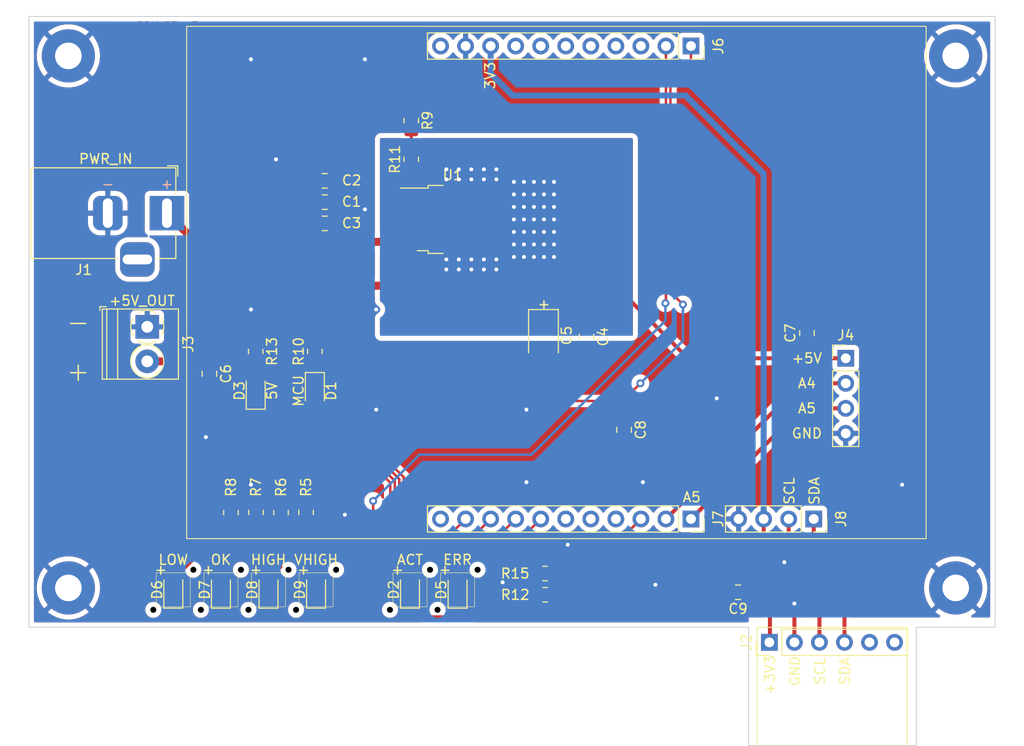
<source format=kicad_pcb>
(kicad_pcb (version 20211014) (generator pcbnew)
  (title_block (date "2023-05-24") (rev "2.0"))
  (layers (0 "F.Cu" signal) (31 "B.Cu" signal) (34 "B.Paste" user) (35 "F.Paste" user) (36 "B.SilkS" user "B.Silkscreen") (37 "F.SilkS" user "F.Silkscreen") (38 "B.Mask" user) (39 "F.Mask" user) (44 "Edge.Cuts" user))
  (net 0 "")
  (net 1 "+12V")
  (net 2 "GND")
  (net 3 "+5V")
  (net 4 "Net-(D1-Pad1)")
  (net 5 "/D2")
  (net 6 "Net-(D2-Pad1)")
  (net 7 "/D3")
  (net 8 "Net-(D3-Pad2)")
  (net 9 "/A3")
  (net 10 "/A4")
  (net 11 "/A5")
  (net 12 "/D4")
  (net 13 "/D5")
  (net 14 "/D6")
  (net 15 "/D7")
  (net 16 "/D8")
  (net 17 "/D9")
  (net 18 "+3.3V")
  (net 19 "/VBAT+")
  (net 20 "/A2")
  (net 21 "/A1")
  (net 22 "/A0")
  (net 23 "/D10")
  (net 24 "/D11")
  (net 25 "/D12")
  (net 26 "/D13")
  (net 27 "/RESET")
  (net 28 "/SDA")
  (net 29 "/SCL")
  (net 30 "Net-(R11-Pad2)")
  (net 32 "Net-(D6-Pad2)")
  (net 33 "Net-(D7-Pad2)")
  (net 34 "Net-(D5-Pad1)")
  (net 35 "Net-(D8-Pad2)")
  (net 36 "Net-(D9-Pad2)")
  (footprint "marcin_library:VLP-XXX-X" (layer "F.Cu") (at 112.649 107.188)
    (fp_text reference "REF**" hide)
    (fp_text value "VLP-XXX-X" hide)
    (pad "" np_thru_hole circle (at -2.032 2.032) (size 0.6096 0.6096) (drill 0.6096) (layers *.Mask))
    (pad "" np_thru_hole circle (at 2.032 -2.032) (size 0.6096 0.6096) (drill 0.6096) (layers *.Mask))
  )
  (footprint "Resistor_SMD:R_0805_2012Metric_Pad1.20x1.40mm_HandSolder" (layer "F.Cu") (at 126.365 107.696)
    (fp_text reference "R12" (at -3.048 0) (layer "F.SilkS"))
    (fp_text value "1k")
    (pad "1" smd roundrect (at -1 0) (size 1.2 1.4) (layers "F.Cu" "F.Paste" "F.Mask") (roundrect_rratio 0.208333) (net 6 "Net-(D2-Pad1)"))
    (pad "2" smd roundrect (at 1 0) (size 1.2 1.4) (layers "F.Cu" "F.Paste" "F.Mask") (roundrect_rratio 0.208333) (net 2 "GND"))
  )
  (footprint "Resistor_SMD:R_0805_2012Metric_Pad1.20x1.40mm_HandSolder" (layer "F.Cu") (at 103 83 90)
    (fp_text reference "R10" (at 0 -1.65 90) (layer "F.SilkS"))
    (fp_text value "1k")
    (pad "1" smd roundrect (at -1 0 90) (size 1.2 1.4) (layers "F.Cu" "F.Paste" "F.Mask") (roundrect_rratio 0.208333) (net 4 "Net-(D1-Pad1)"))
    (pad "2" smd roundrect (at 1 0 90) (size 1.2 1.4) (layers "F.Cu" "F.Paste" "F.Mask") (roundrect_rratio 0.208333) (net 2 "GND"))
  )
  (footprint "LED_SMD:LED_0805_2012Metric_Pad1.15x1.40mm_HandSolder" (layer "F.Cu") (at 88.646 107.188 90)
    (fp_text reference "D6" (at 0 -1.65 90) (layer "F.SilkS"))
    (fp_text value "LOW" (at 3.048 0 180) (layer "F.SilkS"))
    (pad "1" smd roundrect (at -1.025 0 90) (size 1.15 1.4) (layers "F.Cu" "F.Paste" "F.Mask") (roundrect_rratio 0.217391) (net 2 "GND"))
    (pad "2" smd roundrect (at 1.025 0 90) (size 1.15 1.4) (layers "F.Cu" "F.Paste" "F.Mask") (roundrect_rratio 0.217391) (net 32 "Net-(D6-Pad2)"))
  )
  (footprint "Capacitor_SMD:C_0805_2012Metric_Pad1.18x1.45mm_HandSolder" (layer "F.Cu") (at 152.908 81.1315 90)
    (fp_text reference "C7" (at 0 -1.68 90) (layer "F.SilkS"))
    (fp_text value "100n")
    (pad "1" smd roundrect (at -1.0375 0 90) (size 1.175 1.45) (layers "F.Cu" "F.Paste" "F.Mask") (roundrect_rratio 0.212766) (net 3 "+5V"))
    (pad "2" smd roundrect (at 1.0375 0 90) (size 1.175 1.45) (layers "F.Cu" "F.Paste" "F.Mask") (roundrect_rratio 0.212766) (net 2 "GND"))
  )
  (footprint "LED_SMD:LED_0805_2012Metric_Pad1.15x1.40mm_HandSolder" (layer "F.Cu") (at 97 87 90)
    (fp_text reference "D3" (at 0 -1.65 90) (layer "F.SilkS"))
    (fp_text value "5V" (at 0 1.65 90) (layer "F.SilkS"))
    (pad "1" smd roundrect (at -1.025 0 90) (size 1.15 1.4) (layers "F.Cu" "F.Paste" "F.Mask") (roundrect_rratio 0.217391) (net 2 "GND"))
    (pad "2" smd roundrect (at 1.025 0 90) (size 1.15 1.4) (layers "F.Cu" "F.Paste" "F.Mask") (roundrect_rratio 0.217391) (net 8 "Net-(D3-Pad2)"))
  )
  (footprint "MountingHole:MountingHole_2.7mm_M2.5_Pad_TopBottom" (layer "F.Cu") (at 78 107)
    (fp_text reference "H4")
    (fp_text value "MountingHole_Pad")
    (pad "1" thru_hole circle (at 0 0) (size 3.1 3.1) (drill 2.7) (layers *.Cu *.Mask) (net 2 "GND"))
    (pad "1" connect circle (at 0 0) (size 5.4 5.4) (layers "F.Cu" "F.Mask") (net 2 "GND"))
    (pad "1" connect circle (at 0 0) (size 5.4 5.4) (layers "B.Cu" "B.Mask") (net 2 "GND"))
  )
  (footprint "LED_SMD:LED_0805_2012Metric_Pad1.15x1.40mm_HandSolder" (layer "F.Cu") (at 98.298 107.197 90)
    (fp_text reference "D8" (at 0 -1.65 90) (layer "F.SilkS"))
    (fp_text value "HIGH" (at 3.057 0 180) (layer "F.SilkS"))
    (pad "1" smd roundrect (at -1.025 0 90) (size 1.15 1.4) (layers "F.Cu" "F.Paste" "F.Mask") (roundrect_rratio 0.217391) (net 2 "GND"))
    (pad "2" smd roundrect (at 1.025 0 90) (size 1.15 1.4) (layers "F.Cu" "F.Paste" "F.Mask") (roundrect_rratio 0.217391) (net 35 "Net-(D8-Pad2)"))
  )
  (footprint "Connector_PinSocket_2.54mm:PinSocket_1x11_P2.54mm_Vertical" (layer "F.Cu") (at 141.15 52 -90)
    (fp_text reference "J6" (at 0 -2.77 -90) (layer "F.SilkS"))
    (fp_text value "Conn_01x11")
    (pad "1" thru_hole rect locked (at 0 0 270) (size 1.7 1.7) (drill 1) (layers *.Cu *.Mask) (net 5 "/D2"))
    (pad "2" thru_hole oval locked (at 0 2.54 270) (size 1.7 1.7) (drill 1) (layers *.Cu *.Mask) (net 7 "/D3"))
    (pad "3" thru_hole oval locked (at 0 5.08 270) (size 1.7 1.7) (drill 1) (layers *.Cu *.Mask) (net 12 "/D4"))
    (pad "4" thru_hole oval locked (at 0 7.62 270) (size 1.7 1.7) (drill 1) (layers *.Cu *.Mask) (net 13 "/D5"))
    (pad "5" thru_hole oval locked (at 0 10.16 270) (size 1.7 1.7) (drill 1) (layers *.Cu *.Mask) (net 14 "/D6"))
    (pad "6" thru_hole oval locked (at 0 12.7 270) (size 1.7 1.7) (drill 1) (layers *.Cu *.Mask) (net 15 "/D7"))
    (pad "7" thru_hole oval locked (at 0 15.24 270) (size 1.7 1.7) (drill 1) (layers *.Cu *.Mask) (net 16 "/D8"))
    (pad "8" thru_hole oval locked (at 0 17.78 270) (size 1.7 1.7) (drill 1) (layers *.Cu *.Mask) (net 17 "/D9"))
    (pad "9" thru_hole oval locked (at 0 20.32 270) (size 1.7 1.7) (drill 1) (layers *.Cu *.Mask) (net 18 "+3.3V"))
    (pad "10" thru_hole oval locked (at 0 22.86 270) (size 1.7 1.7) (drill 1) (layers *.Cu *.Mask) (net 2 "GND"))
    (pad "11" thru_hole oval locked (at 0 25.4 270) (size 1.7 1.7) (drill 1) (layers *.Cu *.Mask) (net 19 "/VBAT+"))
  )
  (footprint "Package_TO_SOT_SMD:TO-252-2" (layer "F.Cu") (at 116.967 69.596)
    (fp_text reference "U1" (at 0 -4.5) (layer "F.SilkS"))
    (fp_text value "LM317_TO-252")
    (pad "1" smd rect (at -4.2 -2.28) (size 2.2 1.2) (layers "F.Cu" "F.Paste" "F.Mask") (net 30 "Net-(R11-Pad2)"))
    (pad "2" smd rect (at 2.1 0) (size 6.4 5.8) (layers "F.Cu" "F.Mask") (net 3 "+5V"))
    (pad "3" smd rect (at -4.2 2.28) (size 2.2 1.2) (layers "F.Cu" "F.Paste" "F.Mask") (net 1 "+12V"))
  )
  (footprint "Resistor_SMD:R_0805_2012Metric_Pad1.20x1.40mm_HandSolder" (layer "F.Cu") (at 94.488 99.346 -90)
    (fp_text reference "R8" (at -2.572 0 90) (layer "F.SilkS"))
    (fp_text value "1k")
    (pad "1" smd roundrect (at -1 0 270) (size 1.2 1.4) (layers "F.Cu" "F.Paste" "F.Mask") (roundrect_rratio 0.208333) (net 26 "/D13"))
    (pad "2" smd roundrect (at 1 0 270) (size 1.2 1.4) (layers "F.Cu" "F.Paste" "F.Mask") (roundrect_rratio 0.208333) (net 32 "Net-(D6-Pad2)"))
  )
  (footprint "Connector_PinSocket_2.54mm:PinSocket_1x11_P2.54mm_Vertical" (layer "F.Cu") (at 141.15 100 -90)
    (fp_text reference "J7" (at 0 -2.77 -90) (layer "F.SilkS"))
    (fp_text value "Conn_01x11")
    (pad "1" thru_hole rect locked (at 0 0 270) (size 1.7 1.7) (drill 1) (layers *.Cu *.Mask) (net 11 "/A5"))
    (pad "2" thru_hole oval locked (at 0 2.54 270) (size 1.7 1.7) (drill 1) (layers *.Cu *.Mask) (net 10 "/A4"))
    (pad "3" thru_hole oval locked (at 0 5.08 270) (size 1.7 1.7) (drill 1) (layers *.Cu *.Mask) (net 9 "/A3"))
    (pad "4" thru_hole oval locked (at 0 7.62 270) (size 1.7 1.7) (drill 1) (layers *.Cu *.Mask) (net 20 "/A2"))
    (pad "5" thru_hole oval locked (at 0 10.16 270) (size 1.7 1.7) (drill 1) (layers *.Cu *.Mask) (net 21 "/A1"))
    (pad "6" thru_hole oval locked (at 0 12.7 270) (size 1.7 1.7) (drill 1) (layers *.Cu *.Mask) (net 22 "/A0"))
    (pad "7" thru_hole oval locked (at 0 15.24 270) (size 1.7 1.7) (drill 1) (layers *.Cu *.Mask) (net 23 "/D10"))
    (pad "8" thru_hole oval locked (at 0 17.78 270) (size 1.7 1.7) (drill 1) (layers *.Cu *.Mask) (net 24 "/D11"))
    (pad "9" thru_hole oval locked (at 0 20.32 270) (size 1.7 1.7) (drill 1) (layers *.Cu *.Mask) (net 25 "/D12"))
    (pad "10" thru_hole oval locked (at 0 22.86 270) (size 1.7 1.7) (drill 1) (layers *.Cu *.Mask) (net 26 "/D13"))
    (pad "11" thru_hole oval locked (at 0 25.4 270) (size 1.7 1.7) (drill 1) (layers *.Cu *.Mask) (net 27 "/RESET"))
  )
  (footprint "Connector_PinHeader_2.54mm:PinHeader_1x04_P2.54mm_Vertical" (layer "F.Cu") (at 156.845 83.693)
    (fp_text reference "J4" (at 0 -2.33) (layer "F.SilkS"))
    (fp_text value "IO")
    (pad "1" thru_hole rect (at 0 0) (size 1.7 1.7) (drill 1) (layers *.Cu *.Mask) (net 3 "+5V"))
    (pad "2" thru_hole oval (at 0 2.54) (size 1.7 1.7) (drill 1) (layers *.Cu *.Mask) (net 10 "/A4"))
    (pad "3" thru_hole oval (at 0 5.08) (size 1.7 1.7) (drill 1) (layers *.Cu *.Mask) (net 11 "/A5"))
    (pad "4" thru_hole oval (at 0 7.62) (size 1.7 1.7) (drill 1) (layers *.Cu *.Mask) (net 2 "GND"))
  )
  (footprint "Capacitor_Tantalum_SMD:CP_EIA-3528-12_Kemet-T_Pad1.50x2.35mm_HandSolder" (layer "F.Cu") (at 126.1872 81.381 -90)
    (fp_text reference "C5" (at 0 -2.35 90) (layer "F.SilkS"))
    (fp_text value "100u")
    (pad "1" smd roundrect (at -1.625 0 270) (size 1.5 2.35) (layers "F.Cu" "F.Paste" "F.Mask") (roundrect_rratio 0.166667) (net 3 "+5V"))
    (pad "2" smd roundrect (at 1.625 0 270) (size 1.5 2.35) (layers "F.Cu" "F.Paste" "F.Mask") (roundrect_rratio 0.166667) (net 2 "GND"))
  )
  (footprint "Capacitor_SMD:C_0805_2012Metric_Pad1.18x1.45mm_HandSolder" (layer "F.Cu") (at 104 70)
    (fp_text reference "C3" (at 2.7308 -0.0254) (layer "F.SilkS"))
    (fp_text value "100n")
    (pad "1" smd roundrect (at -1.0375 0) (size 1.175 1.45) (layers "F.Cu" "F.Paste" "F.Mask") (roundrect_rratio 0.212766) (net 1 "+12V"))
    (pad "2" smd roundrect (at 1.0375 0) (size 1.175 1.45) (layers "F.Cu" "F.Paste" "F.Mask") (roundrect_rratio 0.212766) (net 2 "GND"))
  )
  (footprint "LED_SMD:LED_0805_2012Metric_Pad1.15x1.40mm_HandSolder" (layer "F.Cu") (at 103.124 107.188 90)
    (fp_text reference "D9" (at 0 -1.65 90) (layer "F.SilkS"))
    (fp_text value "VHIGH" (at 3.048 0 180) (layer "F.SilkS"))
    (pad "1" smd roundrect (at -1.025 0 90) (size 1.15 1.4) (layers "F.Cu" "F.Paste" "F.Mask") (roundrect_rratio 0.217391) (net 2 "GND"))
    (pad "2" smd roundrect (at 1.025 0 90) (size 1.15 1.4) (layers "F.Cu" "F.Paste" "F.Mask") (roundrect_rratio 0.217391) (net 36 "Net-(D9-Pad2)"))
  )
  (footprint "Connector_PinHeader_2.54mm:PinHeader_1x06_P2.54mm_Vertical" (layer "F.Cu") (at 149.098 112.522 90)
    (fp_text reference "J2" (at 0 -2.33 90) (layer "F.SilkS"))
    (fp_text value "BME280")
    (pad "1" thru_hole rect (at 0 0 90) (size 1.7 1.7) (drill 1) (layers *.Cu *.Mask) (net 18 "+3.3V"))
    (pad "2" thru_hole oval (at 0 2.54 90) (size 1.7 1.7) (drill 1) (layers *.Cu *.Mask) (net 2 "GND"))
    (pad "3" thru_hole oval (at 0 5.08 90) (size 1.7 1.7) (drill 1) (layers *.Cu *.Mask) (net 29 "/SCL"))
    (pad "4" thru_hole oval (at 0 7.62 90) (size 1.7 1.7) (drill 1) (layers *.Cu *.Mask) (net 28 "/SDA"))
    (pad "5" thru_hole oval (at 0 10.16 90) (size 1.7 1.7) (drill 1) (layers *.Cu *.Mask))
    (pad "6" thru_hole oval (at 0 12.7 90) (size 1.7 1.7) (drill 1) (layers *.Cu *.Mask))
  )
  (footprint "Connector_BarrelJack:BarrelJack_Horizontal" (layer "F.Cu") (at 88 68.96)
    (fp_text reference "J1" (at -8.45 5.75) (layer "F.SilkS"))
    (fp_text value "PWR_IN" (at -6.2 -5.5) (layer "F.SilkS"))
    (pad "1" thru_hole rect (at 0 0) (size 3.5 3.5) (drill oval 1 3) (layers *.Cu *.Mask) (net 1 "+12V"))
    (pad "2" thru_hole roundrect (at -6 0) (size 3 3.5) (drill oval 1 3) (layers *.Cu *.Mask) (net 2 "GND"))
    (pad "3" thru_hole roundrect (at -3 4.7) (size 3.5 3.5) (drill oval 3 1) (layers *.Cu *.Mask))
  )
  (footprint "Resistor_SMD:R_0805_2012Metric_Pad1.20x1.40mm_HandSolder" (layer "F.Cu") (at 97 83 -90)
    (fp_text reference "R13" (at 0 -1.65 -90) (layer "F.SilkS"))
    (fp_text value "1k")
    (pad "1" smd roundrect (at -1 0 270) (size 1.2 1.4) (layers "F.Cu" "F.Paste" "F.Mask") (roundrect_rratio 0.208333) (net 3 "+5V"))
    (pad "2" smd roundrect (at 1 0 270) (size 1.2 1.4) (layers "F.Cu" "F.Paste" "F.Mask") (roundrect_rratio 0.208333) (net 8 "Net-(D3-Pad2)"))
  )
  (footprint "Resistor_SMD:R_0805_2012Metric_Pad1.20x1.40mm_HandSolder" (layer "F.Cu") (at 112.776 63.5 90)
    (fp_text reference "R11" (at 0 -1.65 90) (layer "F.SilkS"))
    (fp_text value "330")
    (pad "1" smd roundrect (at -1 0 90) (size 1.2 1.4) (layers "F.Cu" "F.Paste" "F.Mask") (roundrect_rratio 0.208333) (net 3 "+5V"))
    (pad "2" smd roundrect (at 1 0 90) (size 1.2 1.4) (layers "F.Cu" "F.Paste" "F.Mask") (roundrect_rratio 0.208333) (net 30 "Net-(R11-Pad2)"))
  )
  (footprint "Capacitor_SMD:C_0805_2012Metric_Pad1.18x1.45mm_HandSolder" (layer "F.Cu") (at 104 65.682)
    (fp_text reference "C2" (at 2.7308 -0.0484) (layer "F.SilkS"))
    (fp_text value "22u")
    (pad "1" smd roundrect (at -1.0375 0) (size 1.175 1.45) (layers "F.Cu" "F.Paste" "F.Mask") (roundrect_rratio 0.212766) (net 1 "+12V"))
    (pad "2" smd roundrect (at 1.0375 0) (size 1.175 1.45) (layers "F.Cu" "F.Paste" "F.Mask") (roundrect_rratio 0.212766) (net 2 "GND"))
  )
  (footprint "MountingHole:MountingHole_2.7mm_M2.5_Pad_TopBottom" (layer "F.Cu") (at 78 53)
    (fp_text reference "H1")
    (fp_text value "MountingHole_Pad")
    (pad "1" connect circle (at 0 0) (size 5.4 5.4) (layers "F.Cu" "F.Mask") (net 2 "GND"))
    (pad "1" connect circle (at 0 0) (size 5.4 5.4) (layers "B.Cu" "B.Mask") (net 2 "GND"))
    (pad "1" thru_hole circle (at 0 0) (size 3.1 3.1) (drill 2.7) (layers *.Cu *.Mask) (net 2 "GND"))
  )
  (footprint "LED_SMD:LED_0805_2012Metric_Pad1.15x1.40mm_HandSolder" (layer "F.Cu") (at 103 87 -90)
    (fp_text reference "D1" (at 0 -1.65 90) (layer "F.SilkS"))
    (fp_text value "MCU" (at 0 1.65 90) (layer "F.SilkS"))
    (pad "1" smd roundrect (at -1.025 0 270) (size 1.15 1.4) (layers "F.Cu" "F.Paste" "F.Mask") (roundrect_rratio 0.217391) (net 4 "Net-(D1-Pad1)"))
    (pad "2" smd roundrect (at 1.025 0 270) (size 1.15 1.4) (layers "F.Cu" "F.Paste" "F.Mask") (roundrect_rratio 0.217391) (net 5 "/D2"))
  )
  (footprint "Connector_PinSocket_2.54mm:PinSocket_1x04_P2.54mm_Vertical" (layer "F.Cu") (at 153.6 100 -90)
    (fp_text reference "J8" (at 0 -2.77 -90) (layer "F.SilkS"))
    (fp_text value "I2C_MCU")
    (pad "1" thru_hole rect locked (at 0 0 270) (size 1.7 1.7) (drill 1) (layers *.Cu *.Mask) (net 28 "/SDA"))
    (pad "2" thru_hole oval locked (at 0 2.54 270) (size 1.7 1.7) (drill 1) (layers *.Cu *.Mask) (net 29 "/SCL"))
    (pad "3" thru_hole oval locked (at 0 5.08 270) (size 1.7 1.7) (drill 1) (layers *.Cu *.Mask) (net 18 "+3.3V"))
    (pad "4" thru_hole oval locked (at 0 7.62 270) (size 1.7 1.7) (drill 1) (layers *.Cu *.Mask) (net 2 "GND"))
  )
  (footprint "Resistor_SMD:R_0805_2012Metric_Pad1.20x1.40mm_HandSolder" (layer "F.Cu") (at 99.568 99.346 -90)
    (fp_text reference "R6" (at -2.572 0 90) (layer "F.SilkS"))
    (fp_text value "1k")
    (pad "1" smd roundrect (at -1 0 270) (size 1.2 1.4) (layers "F.Cu" "F.Paste" "F.Mask") (roundrect_rratio 0.208333) (net 24 "/D11"))
    (pad "2" smd roundrect (at 1 0 270) (size 1.2 1.4) (layers "F.Cu" "F.Paste" "F.Mask") (roundrect_rratio 0.208333) (net 35 "Net-(D8-Pad2)"))
  )
  (footprint "Resistor_SMD:R_0805_2012Metric_Pad1.20x1.40mm_HandSolder" (layer "F.Cu") (at 102.108 99.33 -90)
    (fp_text reference "R5" (at -2.556 0 90) (layer "F.SilkS"))
    (fp_text value "1k")
    (pad "1" smd roundrect (at -1 0 270) (size 1.2 1.4) (layers "F.Cu" "F.Paste" "F.Mask") (roundrect_rratio 0.208333) (net 23 "/D10"))
    (pad "2" smd roundrect (at 1 0 270) (size 1.2 1.4) (layers "F.Cu" "F.Paste" "F.Mask") (roundrect_rratio 0.208333) (net 36 "Net-(D9-Pad2)"))
  )
  (footprint "marcin_library:VLP-XXX-X" (layer "F.Cu") (at 103.124 107.188)
    (fp_text reference "REF**" hide)
    (fp_text value "VLP-XXX-X" hide)
    (pad "" np_thru_hole circle (at 2.032 -2.032) (size 0.6096 0.6096) (drill 0.6096) (layers *.Mask))
    (pad "" np_thru_hole circle (at -2.032 2.032) (size 0.6096 0.6096) (drill 0.6096) (layers *.Mask))
  )
  (footprint "Resistor_SMD:R_0805_2012Metric_Pad1.20x1.40mm_HandSolder" (layer "F.Cu") (at 126.349 105.537)
    (fp_text reference "R15" (at -3.032 0) (layer "F.SilkS"))
    (fp_text value "1k")
    (pad "1" smd roundrect (at -1 0) (size 1.2 1.4) (layers "F.Cu" "F.Paste" "F.Mask") (roundrect_rratio 0.208333) (net 34 "Net-(D5-Pad1)"))
    (pad "2" smd roundrect (at 1 0) (size 1.2 1.4) (layers "F.Cu" "F.Paste" "F.Mask") (roundrect_rratio 0.208333) (net 2 "GND"))
  )
  (footprint "Capacitor_SMD:C_0805_2012Metric_Pad1.18x1.45mm_HandSolder" (layer "F.Cu") (at 145.923 107.442 180)
    (fp_text reference "C9" (at 0 -1.68) (layer "F.SilkS"))
    (fp_text value "100n")
    (pad "1" smd roundrect (at -1.0375 0 180) (size 1.175 1.45) (layers "F.Cu" "F.Paste" "F.Mask") (roundrect_rratio 0.212766) (net 18 "+3.3V"))
    (pad "2" smd roundrect (at 1.0375 0 180) (size 1.175 1.45) (layers "F.Cu" "F.Paste" "F.Mask") (roundrect_rratio 0.212766) (net 2 "GND"))
  )
  (footprint "marcin_library:VLP-XXX-X" (layer "F.Cu") (at 88.646 107.188)
    (fp_text reference "REF**" hide)
    (fp_text value "VLP-XXX-X" hide)
    (pad "" np_thru_hole circle (at 2.032 -2.032) (size 0.6096 0.6096) (drill 0.6096) (layers *.Mask))
    (pad "" np_thru_hole circle (at -2.032 2.032) (size 0.6096 0.6096) (drill 0.6096) (layers *.Mask))
  )
  (footprint "LED_SMD:LED_0805_2012Metric_Pad1.15x1.40mm_HandSolder" (layer "F.Cu") (at 112.649 107.188 90)
    (fp_text reference "D2" (at 0 -1.65 90) (layer "F.SilkS"))
    (fp_text value "ACT" (at 3.048 0 180) (layer "F.SilkS"))
    (pad "1" smd roundrect (at -1.025 0 90) (size 1.15 1.4) (layers "F.Cu" "F.Paste" "F.Mask") (roundrect_rratio 0.217391) (net 6 "Net-(D2-Pad1)"))
    (pad "2" smd roundrect (at 1.025 0 90) (size 1.15 1.4) (layers "F.Cu" "F.Paste" "F.Mask") (roundrect_rratio 0.217391) (net 7 "/D3"))
  )
  (footprint "Capacitor_SMD:C_0805_2012Metric_Pad1.18x1.45mm_HandSolder" (layer "F.Cu") (at 130.556 81.5047 -90)
    (fp_text reference "C4" (at 0 -1.68 90) (layer "F.SilkS"))
    (fp_text value "100n")
    (pad "1" smd roundrect (at -1.0375 0 270) (size 1.175 1.45) (layers "F.Cu" "F.Paste" "F.Mask") (roundrect_rratio 0.212766) (net 3 "+5V"))
    (pad "2" smd roundrect (at 1.0375 0 270) (size 1.175 1.45) (layers "F.Cu" "F.Paste" "F.Mask") (roundrect_rratio 0.212766) (net 2 "GND"))
  )
  (footprint "Capacitor_SMD:C_0805_2012Metric_Pad1.18x1.45mm_HandSolder" (layer "F.Cu") (at 104 67.841)
    (fp_text reference "C1" (at 2.7308 -0.0484) (layer "F.SilkS"))
    (fp_text value "22u")
    (pad "1" smd roundrect (at -1.0375 0) (size 1.175 1.45) (layers "F.Cu" "F.Paste" "F.Mask") (roundrect_rratio 0.212766) (net 1 "+12V"))
    (pad "2" smd roundrect (at 1.0375 0) (size 1.175 1.45) (layers "F.Cu" "F.Paste" "F.Mask") (roundrect_rratio 0.212766) (net 2 "GND"))
  )
  (footprint "MountingHole:MountingHole_2.7mm_M2.5_Pad_TopBottom" (layer "F.Cu") (at 168 53)
    (fp_text reference "H2")
    (fp_text value "MountingHole_Pad")
    (pad "1" connect circle (at 0 0) (size 5.4 5.4) (layers "F.Cu" "F.Mask") (net 2 "GND"))
    (pad "1" connect circle (at 0 0) (size 5.4 5.4) (layers "B.Cu" "B.Mask") (net 2 "GND"))
    (pad "1" thru_hole circle (at 0 0) (size 3.1 3.1) (drill 2.7) (layers *.Cu *.Mask) (net 2 "GND"))
  )
  (footprint "Capacitor_SMD:C_0805_2012Metric_Pad1.18x1.45mm_HandSolder" (layer "F.Cu") (at 92.3036 85.2639 -90)
    (fp_text reference "C6" (at 0 -1.68 90) (layer "F.SilkS"))
    (fp_text value "100n")
    (pad "1" smd roundrect (at -1.0375 0 270) (size 1.175 1.45) (layers "F.Cu" "F.Paste" "F.Mask") (roundrect_rratio 0.212766) (net 3 "+5V"))
    (pad "2" smd roundrect (at 1.0375 0 270) (size 1.175 1.45) (layers "F.Cu" "F.Paste" "F.Mask") (roundrect_rratio 0.212766) (net 2 "GND"))
  )
  (footprint "LED_SMD:LED_0805_2012Metric_Pad1.15x1.40mm_HandSolder" (layer "F.Cu") (at 93.472 107.197 90)
    (fp_text reference "D7" (at 0 -1.65 90) (layer "F.SilkS"))
    (fp_text value "OK" (at 3.057 0 180) (layer "F.SilkS"))
    (pad "1" smd roundrect (at -1.025 0 90) (size 1.15 1.4) (layers "F.Cu" "F.Paste" "F.Mask") (roundrect_rratio 0.217391) (net 2 "GND"))
    (pad "2" smd roundrect (at 1.025 0 90) (size 1.15 1.4) (layers "F.Cu" "F.Paste" "F.Mask") (roundrect_rratio 0.217391) (net 33 "Net-(D7-Pad2)"))
  )
  (footprint "Resistor_SMD:R_0805_2012Metric_Pad1.20x1.40mm_HandSolder" (layer "F.Cu") (at 97.028 99.33 -90)
    (fp_text reference "R7" (at -2.556 0 90) (layer "F.SilkS"))
    (fp_text value "1k")
    (pad "1" smd roundrect (at -1 0 270) (size 1.2 1.4) (layers "F.Cu" "F.Paste" "F.Mask") (roundrect_rratio 0.208333) (net 25 "/D12"))
    (pad "2" smd roundrect (at 1 0 270) (size 1.2 1.4) (layers "F.Cu" "F.Paste" "F.Mask") (roundrect_rratio 0.208333) (net 33 "Net-(D7-Pad2)"))
  )
  (footprint "marcin_library:VLP-XXX-X" (layer "F.Cu") (at 98.298 107.188)
    (fp_text reference "REF**" hide)
    (fp_text value "VLP-XXX-X" hide)
    (pad "" np_thru_hole circle (at -2.032 2.032) (size 0.6096 0.6096) (drill 0.6096) (layers *.Mask))
    (pad "" np_thru_hole circle (at 2.032 -2.032) (size 0.6096 0.6096) (drill 0.6096) (layers *.Mask))
  )
  (footprint "LED_SMD:LED_0805_2012Metric_Pad1.15x1.40mm_HandSolder" (layer "F.Cu") (at 117.475 107.197 90)
    (fp_text reference "D5" (at 0 -1.65 90) (layer "F.SilkS"))
    (fp_text value "ERR" (at 3.057 0 180) (layer "F.SilkS"))
    (pad "1" smd roundrect (at -1.025 0 90) (size 1.15 1.4) (layers "F.Cu" "F.Paste" "F.Mask") (roundrect_rratio 0.217391) (net 34 "Net-(D5-Pad1)"))
    (pad "2" smd roundrect (at 1.025 0 90) (size 1.15 1.4) (layers "F.Cu" "F.Paste" "F.Mask") (roundrect_rratio 0.217391) (net 9 "/A3"))
  )
  (footprint "Resistor_SMD:R_0805_2012Metric_Pad1.20x1.40mm_HandSolder" (layer "F.Cu") (at 112.776 59.563 -90)
    (fp_text reference "R9" (at 0 -1.65 -90) (layer "F.SilkS"))
    (fp_text value "1k")
    (pad "1" smd roundrect (at -1 0 270) (size 1.2 1.4) (layers "F.Cu" "F.Paste" "F.Mask") (roundrect_rratio 0.208333) (net 2 "GND"))
    (pad "2" smd roundrect (at 1 0 270) (size 1.2 1.4) (layers "F.Cu" "F.Paste" "F.Mask") (roundrect_rratio 0.208333) (net 30 "Net-(R11-Pad2)"))
  )
  (footprint "marcin_library:VLP-XXX-X" (layer "F.Cu") (at 117.475 107.188)
    (fp_text reference "REF**" hide)
    (fp_text value "VLP-XXX-X" hide)
    (pad "" np_thru_hole circle (at -2.032 2.032) (size 0.6096 0.6096) (drill 0.6096) (layers *.Mask))
    (pad "" np_thru_hole circle (at 2.032 -2.032) (size 0.6096 0.6096) (drill 0.6096) (layers *.Mask))
  )
  (footprint "marcin_library:VLP-XXX-X" (layer "F.Cu") (at 93.472 107.188)
    (fp_text reference "REF**" hide)
    (fp_text value "VLP-XXX-X" hide)
    (pad "" np_thru_hole circle (at 2.032 -2.032) (size 0.6096 0.6096) (drill 0.6096) (layers *.Mask))
    (pad "" np_thru_hole circle (at -2.032 2.032) (size 0.6096 0.6096) (drill 0.6096) (layers *.Mask))
  )
  (footprint "TerminalBlock_Phoenix:TerminalBlock_Phoenix_PT-1,5-2-3.5-H_1x02_P3.50mm_Horizontal" (layer "F.Cu") (at 86 80.5 -90)
    (fp_text reference "J3" (at 1.75 -4.16 -90) (layer "F.SilkS"))
    (fp_text value "+5V_OUT" (at -2.649 0.529) (layer "F.SilkS"))
    (pad "1" thru_hole rect (at 0 0 270) (size 2.4 2.4) (drill 1.2) (layers *.Cu *.Mask) (net 2 "GND"))
    (pad "2" thru_hole circle (at 3.5 0 270) (size 2.4 2.4) (drill 1.2) (layers *.Cu *.Mask) (net 3 "+5V"))
  )
  (footprint "MountingHole:MountingHole_2.7mm_M2.5_Pad_TopBottom" (layer "F.Cu") (at 168 107)
    (fp_text reference "H3")
    (fp_text value "MountingHole_Pad")
    (pad "1" thru_hole circle (at 0 0) (size 3.1 3.1) (drill 2.7) (layers *.Cu *.Mask) (net 2 "GND"))
    (pad "1" connect circle (at 0 0) (size 5.4 5.4) (layers "B.Cu" "B.Mask") (net 2 "GND"))
    (pad "1" connect circle (at 0 0) (size 5.4 5.4) (layers "F.Cu" "F.Mask") (net 2 "GND"))
  )
  (footprint "Capacitor_SMD:C_0805_2012Metric_Pad1.18x1.45mm_HandSolder" (layer "F.Cu") (at 134.366 90.9535 -90)
    (fp_text reference "C8" (at 0 -1.68 -90) (layer "F.SilkS"))
    (fp_text value "100n")
    (pad "1" smd roundrect (at -1.0375 0 270) (size 1.175 1.45) (layers "F.Cu" "F.Paste" "F.Mask") (roundrect_rratio 0.212766) (net 3 "+5V"))
    (pad "2" smd roundrect (at 1.0375 0 270) (size 1.175 1.45) (layers "F.Cu" "F.Paste" "F.Mask") (roundrect_rratio 0.212766) (net 2 "GND"))
  )
  (gr_rect locked (start 90 50) (end 165 102) (layer "F.SilkS") (width 0.1) (fill none))
  (gr_rect (start 147.868 111) (end 163.068 123) (layer "F.SilkS") (width 0.1) (fill none))
  (gr_line (start 164 111) (end 172 111) (layer "Edge.Cuts") (width 0.1))
  (gr_line (start 147 123) (end 147 111) (layer "Edge.Cuts") (width 0.1))
  (gr_line (start 164 123) (end 147 123) (layer "Edge.Cuts") (width 0.1))
  (gr_line (start 164 123) (end 164 111) (layer "Edge.Cuts") (width 0.1))
  (gr_line (start 172 49) (end 74 49) (layer "Edge.Cuts") (width 0.1))
  (gr_line (start 147 111) (end 74 111) (layer "Edge.Cuts") (width 0.1))
  (gr_line (start 172 111) (end 172 49) (layer "Edge.Cuts") (width 0.1))
  (gr_line (start 74 49) (end 74 111) (layer "Edge.Cuts") (width 0.1))
  (gr_text "Kocham R2 i R3 <3" (at 85.725 49.911) (layer "F.Cu") (effects (font (size 0.7 0.7) (thickness 0.1))))
  (gr_text "+" (at 88 66) (layer "B.SilkS") (effects (font (size 1 1))))
  (gr_text "-" (at 82 66) (layer "B.SilkS") (effects (font (size 1 1))))
  (gr_text "+" (at 87.376 105.283 180) (layer "F.SilkS") (effects (font (size 1 1))))
  (gr_text "SCL" (at 151.13 97.155 90) (layer "F.SilkS") (effects (font (size 1 1))))
  (gr_text "+3V3" (at 149.157 115.826 90) (layer "F.SilkS") (effects (font (size 1 1))))
  (gr_text "+" (at 126.238 78.1812) (layer "F.SilkS") (effects (font (size 1 1))))
  (gr_text "SCL" (at 154.237 115.445 90) (layer "F.SilkS") (effects (font (size 1 1))))
  (gr_text "GND" (at 152.908 91.313) (layer "F.SilkS") (effects (font (size 1 1))))
  (gr_text "+" (at 97.028 105.283 180) (layer "F.SilkS") (effects (font (size 1 1))))
  (gr_text "A5" (at 141.224 97.79) (layer "F.SilkS") (effects (font (size 1 1))))
  (gr_text "+" (at 92.202 105.283 180) (layer "F.SilkS") (effects (font (size 1 1))))
  (gr_text "-" (at 79 80) (layer "F.SilkS") (effects (font (size 2 2))))
  (gr_text "A4" (at 152.908 86.233) (layer "F.SilkS") (effects (font (size 1 1))))
  (gr_text "+" (at 101.854 105.283 180) (layer "F.SilkS") (effects (font (size 1 1))))
  (gr_text "+5V" (at 152.908 83.693) (layer "F.SilkS") (effects (font (size 1 1))))
  (gr_text "+" (at 79 85) (layer "F.SilkS") (effects (font (size 2 2))))
  (gr_text "SDA" (at 153.67 97.155 90) (layer "F.SilkS") (effects (font (size 1 1))))
  (gr_text "SDA" (at 156.777 115.445 90) (layer "F.SilkS") (effects (font (size 1 1))))
  (gr_text "A5" (at 152.908 88.773) (layer "F.SilkS") (effects (font (size 1 1))))
  (gr_text "+" (at 111.379 105.283 180) (layer "F.SilkS") (effects (font (size 1 1))))
  (gr_text "+" (at 116.205 105.283 180) (layer "F.SilkS") (effects (font (size 1 1))))
  (gr_text "3V3" (at 120.777 54.991 90) (layer "F.SilkS") (effects (font (size 1 1))))
  (gr_text "GND" (at 151.697 115.445 90) (layer "F.SilkS") (effects (font (size 1 1))))
  (segment (start 102.9625 70) (end 102.9625 71.8475) (width 0.6096) (layer "F.Cu") (net 1))
  (segment (start 102.9625 67.841) (end 102.9625 70) (width 0.6096) (layer "F.Cu") (net 1))
  (segment (start 102.991 71.876) (end 112.767 71.876) (width 0.8128) (layer "F.Cu") (net 1))
  (segment (start 102.9625 71.8475) (end 102.991 71.876) (width 0.6096) (layer "F.Cu") (net 1))
  (segment (start 88 68.96) (end 90.916 71.876) (width 0.8128) (layer "F.Cu") (net 1))
  (segment (start 102.9625 65.682) (end 102.9625 67.841) (width 0.6096) (layer "F.Cu") (net 1))
  (segment (start 90.916 71.876) (end 102.991 71.876) (width 0.8128) (layer "F.Cu") (net 1))
  (segment (start 98.307 108.213) (end 98.298 108.222) (width 0.254) (layer "F.Cu") (net 2))
  (segment (start 93.463 108.213) (end 93.472 108.222) (width 0.254) (layer "F.Cu") (net 2))
  (segment (start 88.646 108.213) (end 93.463 108.213) (width 0.254) (layer "F.Cu") (net 2))
  (segment (start 127.365 107.696) (end 127.365 105.553) (width 0.254) (layer "F.Cu") (net 2))
  (segment (start 93.472 108.222) (end 98.298 108.222) (width 0.254) (layer "F.Cu") (net 2))
  (segment (start 151.638 112.522) (end 151.638 108.585) (width 0.4064) (layer "F.Cu") (net 2))
  (segment (start 127.365 105.553) (end 127.349 105.537) (width 0.254) (layer "F.Cu") (net 2))
  (segment (start 103.124 108.213) (end 98.307 108.213) (width 0.254) (layer "F.Cu") (net 2))
  (segment (start 151.697 112.524) (end 151.524 112.524) (width 0.254) (layer "F.Cu") (net 2))
  (via (at 162.56 96.52) (size 0.8) (drill 0.4) (layers "F.Cu" "B.Cu") (net 2))
  (via (at 109.22 88.9) (size 0.8) (drill 0.4) (layers "F.Cu" "B.Cu") (net 2))
  (via (at 143.764 87.757) (size 0.8) (drill 0.4) (layers "F.Cu" "B.Cu") (net 2))
  (via (at 150.622 104.394) (size 0.8) (drill 0.4) (layers "F.Cu" "B.Cu") (net 2))
  (via (at 109.22 78.74) (size 0.8) (drill 0.4) (layers "F.Cu" "B.Cu") (net 2))
  (via (at 124.46 96.266) (size 0.8) (drill 0.4) (layers "F.Cu" "B.Cu") (net 2))
  (via (at 96.52 96.52) (size 0.8) (drill 0.4) (layers "F.Cu" "B.Cu") (net 2))
  (via (at 96.52 78.74) (size 0.8) (drill 0.4) (layers "F.Cu" "B.Cu") (net 2))
  (via (at 91.948 91.694) (size 0.8) (drill 0.4) (layers "F.Cu" "B.Cu") (net 2))
  (via (at 122.047 106.426) (size 0.8) (drill 0.4) (layers "F.Cu" "B.Cu") (net 2))
  (via (at 108.077 53.34) (size 0.8) (drill 0.4) (layers "F.Cu" "B.Cu") (net 2))
  (via (at 106.045 99.568) (size 0.8) (drill 0.4) (layers "F.Cu" "B.Cu") (net 2))
  (via (at 99.06 63.5) (size 0.8) (drill 0.4) (layers "F.Cu" "B.Cu") (net 2))
  (via (at 108.077 68.58) (size 0.8) (drill 0.4) (layers "F.Cu" "B.Cu") (net 2))
  (via (at 128.651 102.616) (size 0.8) (drill 0.4) (layers "F.Cu" "B.Cu") (net 2))
  (via (at 151.638 108.585) (size 0.8) (drill 0.4) (layers "F.Cu" "B.Cu") (net 2))
  (via (at 124.46 88.9) (size 0.8) (drill 0.4) (layers "F.Cu" "B.Cu") (net 2))
  (via (at 136.271 96.266) (size 0.8) (drill 0.4) (layers "F.Cu" "B.Cu") (net 2))
  (via (at 137.541 106.68) (size 0.8) (drill 0.4) (layers "F.Cu" "B.Cu") (net 2))
  (via (at 96.52 53.34) (size 0.8) (drill 0.4) (layers "F.Cu" "B.Cu") (net 2))
  (segment (start 88.593 84) (end 90.7415 81.8515) (width 0.8128) (layer "F.Cu") (net 3))
  (segment (start 152.908 83.693) (end 140.843 83.693) (width 0.4064) (layer "F.Cu") (net 3))
  (segment (start 112.776 64.5) (end 116.316 64.5) (width 0.4064) (layer "F.Cu") (net 3))
  (segment (start 92.3036 83.4136) (end 90.7415 81.8515) (width 0.4064) (layer "F.Cu") (net 3))
  (segment (start 86 84) (end 88.593 84) (width 0.8128) (layer "F.Cu") (net 3))
  (segment (start 97 82) (end 95.716 82) (width 0.4064) (layer "F.Cu") (net 3))
  (segment (start 96.266 76.327) (end 110.871 76.327) (width 0.8128) (layer "F.Cu") (net 3))
  (segment (start 140.843 83.693) (end 133.604 76.454) (width 0.4064) (layer "F.Cu") (net 3))
  (segment (start 152.908 82.169) (end 152.908 83.693) (width 0.4064) (layer "F.Cu") (net 3))
  (segment (start 92.3036 84.2264) (end 92.3036 83.4136) (width 0.4064) (layer "F.Cu") (net 3))
  (segment (start 90.7415 81.8515) (end 93.1545 79.4385) (width 0.8128) (layer "F.Cu") (net 3))
  (segment (start 93.1545 79.4385) (end 96.266 76.327) (width 0.8128) (layer "F.Cu") (net 3))
  (segment (start 95.716 82) (end 93.1545 79.4385) (width 0.4064) (layer "F.Cu") (net 3))
  (segment (start 156.845 83.693) (end 152.908 83.693) (width 0.4064) (layer "F.Cu") (net 3))
  (segment (start 116.316 64.5) (end 116.332 64.516) (width 0.4064) (layer "F.Cu") (net 3))
  (segment (start 119.067 69.596) (end 119.067 72.077) (width 0.8128) (layer "F.Cu") (net 3))
  (via (at 127.254 72.136) (size 0.8) (drill 0.4) (layers "F.Cu" "B.Cu") (net 3))
  (via (at 124.206 70.866) (size 0.8) (drill 0.4) (layers "F.Cu" "B.Cu") (net 3))
  (via (at 123.19 73.406) (size 0.8) (drill 0.4) (layers "F.Cu" "B.Cu") (net 3))
  (via (at 121.412 74.676) (size 0.8) (drill 0.4) (layers "F.Cu" "B.Cu") (net 3))
  (via (at 123.19 72.136) (size 0.8) (drill 0.4) (layers "F.Cu" "B.Cu") (net 3))
  (via (at 118.872 64.516) (size 0.8) (drill 0.4) (layers "F.Cu" "B.Cu") (net 3))
  (via (at 127.254 69.596) (size 0.8) (drill 0.4) (layers "F.Cu" "B.Cu") (net 3))
  (via (at 123.19 69.596) (size 0.8) (drill 0.4) (layers "F.Cu" "B.Cu") (net 3))
  (via (at 121.412 73.66) (size 0.8) (drill 0.4) (layers "F.Cu" "B.Cu") (net 3))
  (via (at 124.206 67.056) (size 0.8) (drill 0.4) (layers "F.Cu" "B.Cu") (net 3))
  (via (at 124.206 72.136) (size 0.8) (drill 0.4) (layers "F.Cu" "B.Cu") (net 3))
  (via (at 126.238 67.056) (size 0.8) (drill 0.4) (layers "F.Cu" "B.Cu") (net 3))
  (via (at 124.206 68.326) (size 0.8) (drill 0.4) (layers "F.Cu" "B.Cu") (net 3))
  (via (at 125.222 72.136) (size 0.8) (drill 0.4) (layers "F.Cu" "B.Cu") (net 3))
  (via (at 126.238 70.866) (size 0.8) (drill 0.4) (layers "F.Cu" "B.Cu") (net 3))
  (via (at 120.142 73.66) (size 0.8) (drill 0.4) (layers "F.Cu" "B.Cu") (net 3))
  (via (at 120.142 65.532) (size 0.8) (drill 0.4) (layers "F.Cu" "B.Cu") (net 3))
  (via (at 126.238 69.596) (size 0.8) (drill 0.4) (layers "F.Cu" "B.Cu") (net 3))
  (via (at 121.412 65.532) (size 0.8) (drill 0.4) (layers "F.Cu" "B.Cu") (net 3))
  (via (at 118.872 74.676) (size 0.8) (drill 0.4) (layers "F.Cu" "B.Cu") (net 3))
  (via (at 117.602 65.532) (size 0.8) (drill 0.4) (layers "F.Cu" "B.Cu") (net 3))
  (via (at 125.222 70.866) (size 0.8) (drill 0.4) (layers "F.Cu" "B.Cu") (net 3))
  (via (at 121.412 64.516) (size 0.8) (drill 0.4) (layers "F.Cu" "B.Cu") (net 3))
  (via (at 124.206 73.406) (size 0.8) (drill 0.4) (layers "F.Cu" "B.Cu") (net 3))
  (via (at 125.222 69.596) (size 0.8) (drill 0.4) (layers "F.Cu" "B.Cu") (net 3))
  (via (at 125.222 65.786) (size 0.8) (drill 0.4) (layers "F.Cu" "B.Cu") (net 3))
  (via (at 117.602 74.676) (size 0.8) (drill 0.4) (layers "F.Cu" "B.Cu") (net 3))
  (via (at 126.238 73.406) (size 0.8) (drill 0.4) (layers "F.Cu" "B.Cu") (net 3))
  (via (at 127.254 65.786) (size 0.8) (drill 0.4) (layers "F.Cu" "B.Cu") (net 3))
  (via (at 125.222 73.406) (size 0.8) (drill 0.4) (layers "F.Cu" "B.Cu") (net 3))
  (via (at 123.19 67.056) (size 0.8) (drill 0.4) (layers "F.Cu" "B.Cu") (net 3))
  (via (at 127.254 70.866) (size 0.8) (drill 0.4) (layers "F.Cu" "B.Cu") (net 3))
  (via (at 116.332 73.66) (size 0.8) (drill 0.4) (layers "F.Cu" "B.Cu") (net 3))
  (via (at 123.19 65.786) (size 0.8) (drill 0.4) (layers "F.Cu" "B.Cu") (net 3))
  (via (at 126.238 65.786) (size 0.8) (drill 0.4) (layers "F.Cu" "B.Cu") (net 3))
  (via (at 120.142 64.516) (size 0.8) (drill 0.4) (layers "F.Cu" "B.Cu") (net 3))
  (via (at 127.254 68.326) (size 0.8) (drill 0.4) (layers "F.Cu" "B.Cu") (net 3))
  (via (at 126.238 72.136) (size 0.8) (drill 0.4) (layers "F.Cu" "B.Cu") (net 3))
  (via (at 118.872 65.532) (size 0.8) (drill 0.4) (layers "F.Cu" "B.Cu") (net 3))
  (via (at 127.254 73.406) (size 0.8) (drill 0.4) (layers "F.Cu" "B.Cu") (net 3))
  (via (at 116.332 64.516) (size 0.8) (drill 0.4) (layers "F.Cu" "B.Cu") (net 3))
  (via (at 116.332 65.532) (size 0.8) (drill 0.4) (layers "F.Cu" "B.Cu") (net 3))
  (via (at 117.602 64.516) (size 0.8) (drill 0.4) (layers "F.Cu" "B.Cu") (net 3))
  (via (at 124.206 69.596) (size 0.8) (drill 0.4) (layers "F.Cu" "B.Cu") (net 3))
  (via (at 123.19 68.326) (size 0.8) (drill 0.4) (layers "F.Cu" "B.Cu") (net 3))
  (via (at 124.206 65.786) (size 0.8) (drill 0.4) (layers "F.Cu" "B.Cu") (net 3))
  (via (at 116.332 74.676) (size 0.8) (drill 0.4) (layers "F.Cu" "B.Cu") (net 3))
  (via (at 125.222 67.056) (size 0.8) (drill 0.4) (layers "F.Cu" "B.Cu") (net 3))
  (via (at 118.872 73.66) (size 0.8) (drill 0.4) (layers "F.Cu" "B.Cu") (net 3))
  (via (at 123.19 70.866) (size 0.8) (drill 0.4) (layers "F.Cu" "B.Cu") (net 3))
  (via (at 120.142 74.676) (size 0.8) (drill 0.4) (layers "F.Cu" "B.Cu") (net 3))
  (via (at 126.238 68.326) (size 0.8) (drill 0.4) (layers "F.Cu" "B.Cu") (net 3))
  (via (at 125.222 68.326) (size 0.8) (drill 0.4) (layers "F.Cu" "B.Cu") (net 3))
  (via (at 127.254 67.056) (size 0.8) (drill 0.4) (layers "F.Cu" "B.Cu") (net 3))
  (via (at 117.602 73.66) (size 0.8) (drill 0.4) (layers "F.Cu" "B.Cu") (net 3))
  (segment (start 103 85.975) (end 103 84) (width 0.254) (layer "F.Cu") (net 4))
  (segment (start 136.017 86.233) (end 134.225 88.025) (width 0.25) (layer "F.Cu") (net 5))
  (segment (start 139.064 56.007) (end 139.064 76.961) (width 0.254) (layer "F.Cu") (net 5))
  (segment (start 139.064 76.961) (end 140.335 78.232) (width 0.254) (layer "F.Cu") (net 5))
  (segment (start 134.225 88.025) (end 103 88.025) (width 0.25) (layer "F.Cu") (net 5))
  (segment (start 141.15 52) (end 141.15 53.921) (width 0.254) (layer "F.Cu") (net 5))
  (segment (start 141.15 53.921) (end 139.064 56.007) (width 0.254) (layer "F.Cu") (net 5))
  (via (at 136.017 86.233) (size 0.8) (drill 0.4) (layers "F.Cu" "B.Cu") (net 5))
  (via (at 140.335 78.232) (size 0.8) (drill 0.4) (layers "F.Cu" "B.Cu") (net 5))
  (segment (start 140.335 81.915) (end 136.017 86.233) (width 0.254) (layer "B.Cu") (net 5))
  (segment (start 140.335 78.232) (end 140.335 81.915) (width 0.254) (layer "B.Cu") (net 5))
  (segment (start 114.363201 109.927201) (end 118.687599 109.927201) (width 0.3048) (layer "F.Cu") (net 6))
  (segment (start 112.649 108.213) (end 114.363201 109.927201) (width 0.3048) (layer "F.Cu") (net 6))
  (segment (start 125.365 107.696) (end 125.318199 107.742801) (width 0.254) (layer "F.Cu") (net 6))
  (segment (start 124.3342 108.7268) (end 125.365 107.696) (width 0.3048) (layer "F.Cu") (net 6))
  (segment (start 119.888 108.7268) (end 124.3342 108.7268) (width 0.3048) (layer "F.Cu") (net 6))
  (segment (start 118.687599 109.927201) (end 119.888 108.7268) (width 0.3048) (layer "F.Cu") (net 6))
  (segment (start 108.9152 99.799412) (end 108.9152 98.171) (width 0.254) (layer "F.Cu") (net 7))
  (segment (start 112.649 106.163) (end 112.649 103.533211) (width 0.254) (layer "F.Cu") (net 7))
  (segment (start 112.649 103.533211) (end 108.9152 99.799412) (width 0.254) (layer "F.Cu") (net 7))
  (segment (start 138.61 52) (end 138.61 78.052) (width 0.254) (layer "F.Cu") (net 7))
  (segment (start 138.61 78.052) (end 138.557 78.105) (width 0.254) (layer "F.Cu") (net 7))
  (via (at 108.9152 98.171) (size 0.8) (drill 0.4) (layers "F.Cu" "B.Cu") (net 7))
  (via (at 138.557 78.105) (size 0.8) (drill 0.4) (layers "F.Cu" "B.Cu") (net 7))
  (segment (start 113.6142 93.472) (end 124.968 93.472) (width 0.254) (layer "B.Cu") (net 7))
  (segment (start 108.9152 98.171) (end 113.6142 93.472) (width 0.254) (layer "B.Cu") (net 7))
  (segment (start 124.968 93.472) (end 138.557 79.883) (width 0.254) (layer "B.Cu") (net 7))
  (segment (start 138.557 79.883) (end 138.557 78.105) (width 0.254) (layer "B.Cu") (net 7))
  (segment (start 97 84) (end 97 85.975) (width 0.254) (layer "F.Cu") (net 8))
  (segment (start 117.475 106.172) (end 117.475 104.902) (width 0.254) (layer "F.Cu") (net 9))
  (segment (start 118.326 104.051) (end 132.019 104.051) (width 0.254) (layer "F.Cu") (net 9))
  (segment (start 117.475 104.902) (end 118.326 104.051) (width 0.254) (layer "F.Cu") (net 9))
  (segment (start 132.019 104.051) (end 136.07 100) (width 0.254) (layer "F.Cu") (net 9))
  (segment (start 152.377 86.233) (end 138.61 100) (width 0.4064) (layer "F.Cu") (net 10))
  (segment (start 156.845 86.233) (end 152.377 86.233) (width 0.4064) (layer "F.Cu") (net 10))
  (segment (start 156.845 88.773) (end 152.377 88.773) (width 0.4064) (layer "F.Cu") (net 11))
  (segment (start 152.377 88.773) (end 141.15 100) (width 0.4064) (layer "F.Cu") (net 11))
  (segment (start 149.157 107.374) (end 148.52 106.737) (width 0.4064) (layer "F.Cu") (net 18))
  (segment (start 149.157 112.524) (end 149.157 107.374) (width 0.4064) (layer "F.Cu") (net 18))
  (segment (start 148.52 106.737) (end 148.52 100) (width 0.4064) (layer "F.Cu") (net 18))
  (segment (start 149.089 107.442) (end 149.157 107.374) (width 0.4064) (layer "F.Cu") (net 18))
  (segment (start 146.9605 107.442) (end 149.089 107.442) (width 0.4064) (layer "F.Cu") (net 18))
  (segment (start 120.83 52) (end 120.83 54.79) (width 0.6096) (layer "B.Cu") (net 18))
  (segment (start 140.589 57.023) (end 148.52 64.954) (width 0.6096) (layer "B.Cu") (net 18))
  (segment (start 123.063 57.023) (end 140.589 57.023) (width 0.6096) (layer "B.Cu") (net 18))
  (segment (start 120.83 54.79) (end 123.063 57.023) (width 0.6096) (layer "B.Cu") (net 18))
  (segment (start 148.52 64.954) (end 148.52 100) (width 0.6096) (layer "B.Cu") (net 18))
  (segment (start 122.313 103.597) (end 125.91 100) (width 0.254) (layer "F.Cu") (net 23))
  (segment (start 110.652 96.322156) (end 110.652 100.894159) (width 0.254) (layer "F.Cu") (net 23))
  (segment (start 102.108 95.758) (end 103.413 94.453) (width 0.254) (layer "F.Cu") (net 23))
  (segment (start 103.413 94.453) (end 108.782844 94.453) (width 0.254) (layer "F.Cu") (net 23))
  (segment (start 102.108 98.33) (end 102.108 95.758) (width 0.254) (layer "F.Cu") (net 23))
  (segment (start 108.782844 94.453) (end 110.652 96.322156) (width 0.254) (layer "F.Cu") (net 23))
  (segment (start 113.354842 103.597) (end 122.313 103.597) (width 0.254) (layer "F.Cu") (net 23))
  (segment (start 110.652 100.894159) (end 113.354842 103.597) (width 0.254) (layer "F.Cu") (net 23))
  (segment (start 99.568 97.028) (end 102.597 93.999) (width 0.254) (layer "F.Cu") (net 24))
  (segment (start 120.227 103.143) (end 123.37 100) (width 0.254) (layer "F.Cu") (net 24))
  (segment (start 99.568 98.346) (end 99.568 97.028) (width 0.254) (layer "F.Cu") (net 24))
  (segment (start 102.597 93.999) (end 108.970896 93.999) (width 0.254) (layer "F.Cu") (net 24))
  (segment (start 108.970896 93.999) (end 111.106 96.134104) (width 0.254) (layer "F.Cu") (net 24))
  (segment (start 111.106 100.706106) (end 113.542895 103.143) (width 0.254) (layer "F.Cu") (net 24))
  (segment (start 113.542895 103.143) (end 120.227 103.143) (width 0.254) (layer "F.Cu") (net 24))
  (segment (start 111.106 96.134104) (end 111.106 100.706106) (width 0.254) (layer "F.Cu") (net 24))
  (segment (start 100.523134 93.545) (end 109.158948 93.545) (width 0.254) (layer "F.Cu") (net 25))
  (segment (start 97.028 97.040134) (end 100.523134 93.545) (width 0.254) (layer "F.Cu") (net 25))
  (segment (start 109.158948 93.545) (end 111.56 95.946052) (width 0.254) (layer "F.Cu") (net 25))
  (segment (start 118.141 102.689) (end 120.83 100) (width 0.254) (layer "F.Cu") (net 25))
  (segment (start 97.028 98.33) (end 97.028 97.040134) (width 0.254) (layer "F.Cu") (net 25))
  (segment (start 111.56 100.518053) (end 113.730948 102.689) (width 0.254) (layer "F.Cu") (net 25))
  (segment (start 113.730948 102.689) (end 118.141 102.689) (width 0.254) (layer "F.Cu") (net 25))
  (segment (start 111.56 95.946052) (end 111.56 100.518053) (width 0.254) (layer "F.Cu") (net 25))
  (segment (start 118.29 100) (end 116.055 102.235) (width 0.254) (layer "F.Cu") (net 26))
  (segment (start 97.663 93.091) (end 94.488 96.266) (width 0.254) (layer "F.Cu") (net 26))
  (segment (start 94.488 96.266) (end 94.488 98.346) (width 0.254) (layer "F.Cu") (net 26))
  (segment (start 112.014 100.33) (end 112.014 95.758) (width 0.254) (layer "F.Cu") (net 26))
  (segment (start 116.055 102.235) (end 113.919 102.235) (width 0.254) (layer "F.Cu") (net 26))
  (segment (start 109.347 93.091) (end 97.663 93.091) (width 0.254) (layer "F.Cu") (net 26))
  (segment (start 112.014 95.758) (end 109.347 93.091) (width 0.254) (layer "F.Cu") (net 26))
  (segment (start 113.919 102.235) (end 112.014 100.33) (width 0.254) (layer "F.Cu") (net 26))
  (segment (start 153.6 100) (end 153.6 103.689) (width 0.4064) (layer "F.Cu") (net 28))
  (segment (start 156.718 106.807) (end 156.718 112.522) (width 0.4064) (layer "F.Cu") (net 28))
  (segment (start 153.6 103.689) (end 156.718 106.807) (width 0.4064) (layer "F.Cu") (net 28))
  (segment (start 154.178 105.283) (end 154.178 112.522) (width 0.4064) (layer "F.Cu") (net 29))
  (segment (start 151.06 102.165) (end 154.178 105.283) (width 0.4064) (layer "F.Cu") (net 29))
  (segment (start 151.06 100) (end 151.06 102.165) (width 0.4064) (layer "F.Cu") (net 29))
  (segment (start 112.655 67.316) (end 111.252 65.913) (width 0.3048) (layer "F.Cu") (net 30))
  (segment (start 111.252 65.913) (end 111.252 64.024) (width 0.3048) (layer "F.Cu") (net 30))
  (segment (start 111.252 64.024) (end 112.776 62.5) (width 0.3048) (layer "F.Cu") (net 30))
  (segment (start 112.776 60.563) (end 112.776 62.5) (width 0.3048) (layer "F.Cu") (net 30))
  (segment (start 88.671 106.163) (end 94.488 100.346) (width 0.254) (layer "F.Cu") (net 32))
  (segment (start 88.646 106.163) (end 88.671 106.163) (width 0.254) (layer "F.Cu") (net 32))
  (segment (start 93.472 106.172) (end 93.472 103.886) (width 0.254) (layer "F.Cu") (net 33))
  (segment (start 93.472 103.886) (end 97.028 100.33) (width 0.254) (layer "F.Cu") (net 33))
  (segment (start 124.823 106.063) (end 125.349 105.537) (width 0.254) (layer "F.Cu") (net 34))
  (segment (start 117.475 108.222) (end 122.664 108.222) (width 0.3048) (layer "F.Cu") (net 34))
  (segment (start 122.664 108.222) (end 125.349 105.537) (width 0.3048) (layer "F.Cu") (net 34))
  (segment (start 98.298 106.172) (end 99.568 104.902) (width 0.254) (layer "F.Cu") (net 35))
  (segment (start 99.568 104.902) (end 99.568 100.346) (width 0.254) (layer "F.Cu") (net 35))
  (segment (start 102.108 105.147) (end 103.124 106.163) (width 0.254) (layer "F.Cu") (net 36))
  (segment (start 102.108 100.33) (end 102.108 105.147) (width 0.254) (layer "F.Cu") (net 36))
  (zone (net 3) (net_name "+5V") (layers F&B.Cu) (priority 1) (connect_pads (clearance 0.508)) (min_thickness 0.254) (fill yes (thermal_gap 0.508) (thermal_bridge_width 0.508))
    (polygon (pts (xy 135.255 81.407) (xy 109.601 81.407) (xy 109.601 61.341) (xy 135.255 61.341)))
  )
  (zone (net 2) (net_name "GND") (layers F&B.Cu) (connect_pads (clearance 0.508)) (min_thickness 0.254) (fill yes (thermal_gap 0.508) (thermal_bridge_width 0.508))
    (polygon (pts (xy 172 110) (xy 147 110) (xy 147 123) (xy 74 123) (xy 74 48.555) (xy 172 48.555)))
  )
)
</source>
